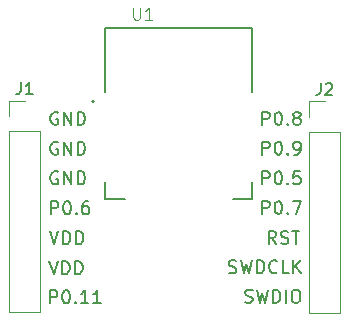
<source format=gbr>
%TF.GenerationSoftware,KiCad,Pcbnew,(5.1.9-0-10_14)*%
%TF.CreationDate,2021-02-18T15:53:41+03:00*%
%TF.ProjectId,DA14531MOD-Breakout,44413134-3533-4314-9d4f-442d42726561,rev?*%
%TF.SameCoordinates,Original*%
%TF.FileFunction,Legend,Top*%
%TF.FilePolarity,Positive*%
%FSLAX46Y46*%
G04 Gerber Fmt 4.6, Leading zero omitted, Abs format (unit mm)*
G04 Created by KiCad (PCBNEW (5.1.9-0-10_14)) date 2021-02-18 15:53:41*
%MOMM*%
%LPD*%
G01*
G04 APERTURE LIST*
%ADD10C,0.200000*%
%ADD11C,0.127000*%
%ADD12C,0.120000*%
%ADD13C,0.015000*%
%ADD14C,0.150000*%
G04 APERTURE END LIST*
D10*
X98412380Y-81067619D02*
X98412380Y-79967619D01*
X98831428Y-79967619D01*
X98936190Y-80020000D01*
X98988571Y-80072380D01*
X99040952Y-80177142D01*
X99040952Y-80334285D01*
X98988571Y-80439047D01*
X98936190Y-80491428D01*
X98831428Y-80543809D01*
X98412380Y-80543809D01*
X99721904Y-79967619D02*
X99826666Y-79967619D01*
X99931428Y-80020000D01*
X99983809Y-80072380D01*
X100036190Y-80177142D01*
X100088571Y-80386666D01*
X100088571Y-80648571D01*
X100036190Y-80858095D01*
X99983809Y-80962857D01*
X99931428Y-81015238D01*
X99826666Y-81067619D01*
X99721904Y-81067619D01*
X99617142Y-81015238D01*
X99564761Y-80962857D01*
X99512380Y-80858095D01*
X99460000Y-80648571D01*
X99460000Y-80386666D01*
X99512380Y-80177142D01*
X99564761Y-80072380D01*
X99617142Y-80020000D01*
X99721904Y-79967619D01*
X100560000Y-80962857D02*
X100612380Y-81015238D01*
X100560000Y-81067619D01*
X100507619Y-81015238D01*
X100560000Y-80962857D01*
X100560000Y-81067619D01*
X101240952Y-80439047D02*
X101136190Y-80386666D01*
X101083809Y-80334285D01*
X101031428Y-80229523D01*
X101031428Y-80177142D01*
X101083809Y-80072380D01*
X101136190Y-80020000D01*
X101240952Y-79967619D01*
X101450476Y-79967619D01*
X101555238Y-80020000D01*
X101607619Y-80072380D01*
X101660000Y-80177142D01*
X101660000Y-80229523D01*
X101607619Y-80334285D01*
X101555238Y-80386666D01*
X101450476Y-80439047D01*
X101240952Y-80439047D01*
X101136190Y-80491428D01*
X101083809Y-80543809D01*
X101031428Y-80648571D01*
X101031428Y-80858095D01*
X101083809Y-80962857D01*
X101136190Y-81015238D01*
X101240952Y-81067619D01*
X101450476Y-81067619D01*
X101555238Y-81015238D01*
X101607619Y-80962857D01*
X101660000Y-80858095D01*
X101660000Y-80648571D01*
X101607619Y-80543809D01*
X101555238Y-80491428D01*
X101450476Y-80439047D01*
X98412380Y-83580952D02*
X98412380Y-82480952D01*
X98831428Y-82480952D01*
X98936190Y-82533333D01*
X98988571Y-82585713D01*
X99040952Y-82690475D01*
X99040952Y-82847618D01*
X98988571Y-82952380D01*
X98936190Y-83004761D01*
X98831428Y-83057142D01*
X98412380Y-83057142D01*
X99721904Y-82480952D02*
X99826666Y-82480952D01*
X99931428Y-82533333D01*
X99983809Y-82585713D01*
X100036190Y-82690475D01*
X100088571Y-82899999D01*
X100088571Y-83161904D01*
X100036190Y-83371428D01*
X99983809Y-83476190D01*
X99931428Y-83528571D01*
X99826666Y-83580952D01*
X99721904Y-83580952D01*
X99617142Y-83528571D01*
X99564761Y-83476190D01*
X99512380Y-83371428D01*
X99460000Y-83161904D01*
X99460000Y-82899999D01*
X99512380Y-82690475D01*
X99564761Y-82585713D01*
X99617142Y-82533333D01*
X99721904Y-82480952D01*
X100560000Y-83476190D02*
X100612380Y-83528571D01*
X100560000Y-83580952D01*
X100507619Y-83528571D01*
X100560000Y-83476190D01*
X100560000Y-83580952D01*
X101136190Y-83580952D02*
X101345714Y-83580952D01*
X101450476Y-83528571D01*
X101502857Y-83476190D01*
X101607619Y-83319047D01*
X101660000Y-83109523D01*
X101660000Y-82690475D01*
X101607619Y-82585713D01*
X101555238Y-82533333D01*
X101450476Y-82480952D01*
X101240952Y-82480952D01*
X101136190Y-82533333D01*
X101083809Y-82585713D01*
X101031428Y-82690475D01*
X101031428Y-82952380D01*
X101083809Y-83057142D01*
X101136190Y-83109523D01*
X101240952Y-83161904D01*
X101450476Y-83161904D01*
X101555238Y-83109523D01*
X101607619Y-83057142D01*
X101660000Y-82952380D01*
X98412380Y-86094285D02*
X98412380Y-84994285D01*
X98831428Y-84994285D01*
X98936190Y-85046666D01*
X98988571Y-85099046D01*
X99040952Y-85203808D01*
X99040952Y-85360951D01*
X98988571Y-85465713D01*
X98936190Y-85518094D01*
X98831428Y-85570475D01*
X98412380Y-85570475D01*
X99721904Y-84994285D02*
X99826666Y-84994285D01*
X99931428Y-85046666D01*
X99983809Y-85099046D01*
X100036190Y-85203808D01*
X100088571Y-85413332D01*
X100088571Y-85675237D01*
X100036190Y-85884761D01*
X99983809Y-85989523D01*
X99931428Y-86041904D01*
X99826666Y-86094285D01*
X99721904Y-86094285D01*
X99617142Y-86041904D01*
X99564761Y-85989523D01*
X99512380Y-85884761D01*
X99460000Y-85675237D01*
X99460000Y-85413332D01*
X99512380Y-85203808D01*
X99564761Y-85099046D01*
X99617142Y-85046666D01*
X99721904Y-84994285D01*
X100560000Y-85989523D02*
X100612380Y-86041904D01*
X100560000Y-86094285D01*
X100507619Y-86041904D01*
X100560000Y-85989523D01*
X100560000Y-86094285D01*
X101607619Y-84994285D02*
X101083809Y-84994285D01*
X101031428Y-85518094D01*
X101083809Y-85465713D01*
X101188571Y-85413332D01*
X101450476Y-85413332D01*
X101555238Y-85465713D01*
X101607619Y-85518094D01*
X101660000Y-85622856D01*
X101660000Y-85884761D01*
X101607619Y-85989523D01*
X101555238Y-86041904D01*
X101450476Y-86094285D01*
X101188571Y-86094285D01*
X101083809Y-86041904D01*
X101031428Y-85989523D01*
X80423333Y-90077619D02*
X80790000Y-91177619D01*
X81156666Y-90077619D01*
X81523333Y-91177619D02*
X81523333Y-90077619D01*
X81785238Y-90077619D01*
X81942380Y-90130000D01*
X82047142Y-90234761D01*
X82099523Y-90339523D01*
X82151904Y-90549047D01*
X82151904Y-90706190D01*
X82099523Y-90915714D01*
X82047142Y-91020476D01*
X81942380Y-91125238D01*
X81785238Y-91177619D01*
X81523333Y-91177619D01*
X82623333Y-91177619D02*
X82623333Y-90077619D01*
X82885238Y-90077619D01*
X83042380Y-90130000D01*
X83147142Y-90234761D01*
X83199523Y-90339523D01*
X83251904Y-90549047D01*
X83251904Y-90706190D01*
X83199523Y-90915714D01*
X83147142Y-91020476D01*
X83042380Y-91125238D01*
X82885238Y-91177619D01*
X82623333Y-91177619D01*
X80373333Y-92617619D02*
X80740000Y-93717619D01*
X81106666Y-92617619D01*
X81473333Y-93717619D02*
X81473333Y-92617619D01*
X81735238Y-92617619D01*
X81892380Y-92670000D01*
X81997142Y-92774761D01*
X82049523Y-92879523D01*
X82101904Y-93089047D01*
X82101904Y-93246190D01*
X82049523Y-93455714D01*
X81997142Y-93560476D01*
X81892380Y-93665238D01*
X81735238Y-93717619D01*
X81473333Y-93717619D01*
X82573333Y-93717619D02*
X82573333Y-92617619D01*
X82835238Y-92617619D01*
X82992380Y-92670000D01*
X83097142Y-92774761D01*
X83149523Y-92879523D01*
X83201904Y-93089047D01*
X83201904Y-93246190D01*
X83149523Y-93455714D01*
X83097142Y-93560476D01*
X82992380Y-93665238D01*
X82835238Y-93717619D01*
X82573333Y-93717619D01*
X98412380Y-88607618D02*
X98412380Y-87507618D01*
X98831428Y-87507618D01*
X98936190Y-87559999D01*
X98988571Y-87612379D01*
X99040952Y-87717141D01*
X99040952Y-87874284D01*
X98988571Y-87979046D01*
X98936190Y-88031427D01*
X98831428Y-88083808D01*
X98412380Y-88083808D01*
X99721904Y-87507618D02*
X99826666Y-87507618D01*
X99931428Y-87559999D01*
X99983809Y-87612379D01*
X100036190Y-87717141D01*
X100088571Y-87926665D01*
X100088571Y-88188570D01*
X100036190Y-88398094D01*
X99983809Y-88502856D01*
X99931428Y-88555237D01*
X99826666Y-88607618D01*
X99721904Y-88607618D01*
X99617142Y-88555237D01*
X99564761Y-88502856D01*
X99512380Y-88398094D01*
X99460000Y-88188570D01*
X99460000Y-87926665D01*
X99512380Y-87717141D01*
X99564761Y-87612379D01*
X99617142Y-87559999D01*
X99721904Y-87507618D01*
X100560000Y-88502856D02*
X100612380Y-88555237D01*
X100560000Y-88607618D01*
X100507619Y-88555237D01*
X100560000Y-88502856D01*
X100560000Y-88607618D01*
X100979047Y-87507618D02*
X101712380Y-87507618D01*
X101240952Y-88607618D01*
X99567619Y-91147619D02*
X99200952Y-90623809D01*
X98939047Y-91147619D02*
X98939047Y-90047619D01*
X99358095Y-90047619D01*
X99462857Y-90100000D01*
X99515238Y-90152380D01*
X99567619Y-90257142D01*
X99567619Y-90414285D01*
X99515238Y-90519047D01*
X99462857Y-90571428D01*
X99358095Y-90623809D01*
X98939047Y-90623809D01*
X99986666Y-91095238D02*
X100143809Y-91147619D01*
X100405714Y-91147619D01*
X100510476Y-91095238D01*
X100562857Y-91042857D01*
X100615238Y-90938095D01*
X100615238Y-90833333D01*
X100562857Y-90728571D01*
X100510476Y-90676190D01*
X100405714Y-90623809D01*
X100196190Y-90571428D01*
X100091428Y-90519047D01*
X100039047Y-90466666D01*
X99986666Y-90361904D01*
X99986666Y-90257142D01*
X100039047Y-90152380D01*
X100091428Y-90100000D01*
X100196190Y-90047619D01*
X100458095Y-90047619D01*
X100615238Y-90100000D01*
X100929523Y-90047619D02*
X101558095Y-90047619D01*
X101243809Y-91147619D02*
X101243809Y-90047619D01*
X81100475Y-80020000D02*
X80995713Y-79967619D01*
X80838571Y-79967619D01*
X80681428Y-80020000D01*
X80576666Y-80124761D01*
X80524285Y-80229523D01*
X80471904Y-80439047D01*
X80471904Y-80596190D01*
X80524285Y-80805714D01*
X80576666Y-80910476D01*
X80681428Y-81015238D01*
X80838571Y-81067619D01*
X80943332Y-81067619D01*
X81100475Y-81015238D01*
X81152856Y-80962857D01*
X81152856Y-80596190D01*
X80943332Y-80596190D01*
X81624285Y-81067619D02*
X81624285Y-79967619D01*
X82252856Y-81067619D01*
X82252856Y-79967619D01*
X82776666Y-81067619D02*
X82776666Y-79967619D01*
X83038571Y-79967619D01*
X83195713Y-80020000D01*
X83300475Y-80124761D01*
X83352856Y-80229523D01*
X83405237Y-80439047D01*
X83405237Y-80596190D01*
X83352856Y-80805714D01*
X83300475Y-80910476D01*
X83195713Y-81015238D01*
X83038571Y-81067619D01*
X82776666Y-81067619D01*
X81100475Y-82540000D02*
X80995713Y-82487619D01*
X80838571Y-82487619D01*
X80681428Y-82540000D01*
X80576666Y-82644761D01*
X80524285Y-82749523D01*
X80471904Y-82959047D01*
X80471904Y-83116190D01*
X80524285Y-83325714D01*
X80576666Y-83430476D01*
X80681428Y-83535238D01*
X80838571Y-83587619D01*
X80943332Y-83587619D01*
X81100475Y-83535238D01*
X81152856Y-83482857D01*
X81152856Y-83116190D01*
X80943332Y-83116190D01*
X81624285Y-83587619D02*
X81624285Y-82487619D01*
X82252856Y-83587619D01*
X82252856Y-82487619D01*
X82776666Y-83587619D02*
X82776666Y-82487619D01*
X83038571Y-82487619D01*
X83195713Y-82540000D01*
X83300475Y-82644761D01*
X83352856Y-82749523D01*
X83405237Y-82959047D01*
X83405237Y-83116190D01*
X83352856Y-83325714D01*
X83300475Y-83430476D01*
X83195713Y-83535238D01*
X83038571Y-83587619D01*
X82776666Y-83587619D01*
X95581904Y-93565238D02*
X95739047Y-93617619D01*
X96000952Y-93617619D01*
X96105714Y-93565238D01*
X96158095Y-93512857D01*
X96210476Y-93408095D01*
X96210476Y-93303333D01*
X96158095Y-93198571D01*
X96105714Y-93146190D01*
X96000952Y-93093809D01*
X95791428Y-93041428D01*
X95686666Y-92989047D01*
X95634285Y-92936666D01*
X95581904Y-92831904D01*
X95581904Y-92727142D01*
X95634285Y-92622380D01*
X95686666Y-92570000D01*
X95791428Y-92517619D01*
X96053333Y-92517619D01*
X96210476Y-92570000D01*
X96577142Y-92517619D02*
X96839047Y-93617619D01*
X97048571Y-92831904D01*
X97258095Y-93617619D01*
X97520000Y-92517619D01*
X97939047Y-93617619D02*
X97939047Y-92517619D01*
X98200952Y-92517619D01*
X98358095Y-92570000D01*
X98462857Y-92674761D01*
X98515238Y-92779523D01*
X98567619Y-92989047D01*
X98567619Y-93146190D01*
X98515238Y-93355714D01*
X98462857Y-93460476D01*
X98358095Y-93565238D01*
X98200952Y-93617619D01*
X97939047Y-93617619D01*
X99667619Y-93512857D02*
X99615238Y-93565238D01*
X99458095Y-93617619D01*
X99353333Y-93617619D01*
X99196190Y-93565238D01*
X99091428Y-93460476D01*
X99039047Y-93355714D01*
X98986666Y-93146190D01*
X98986666Y-92989047D01*
X99039047Y-92779523D01*
X99091428Y-92674761D01*
X99196190Y-92570000D01*
X99353333Y-92517619D01*
X99458095Y-92517619D01*
X99615238Y-92570000D01*
X99667619Y-92622380D01*
X100662857Y-93617619D02*
X100139047Y-93617619D01*
X100139047Y-92517619D01*
X101029523Y-93617619D02*
X101029523Y-92517619D01*
X101658095Y-93617619D02*
X101186666Y-92989047D01*
X101658095Y-92517619D02*
X101029523Y-93146190D01*
X96959047Y-96065238D02*
X97116190Y-96117619D01*
X97378095Y-96117619D01*
X97482857Y-96065238D01*
X97535238Y-96012857D01*
X97587619Y-95908095D01*
X97587619Y-95803333D01*
X97535238Y-95698571D01*
X97482857Y-95646190D01*
X97378095Y-95593809D01*
X97168571Y-95541428D01*
X97063809Y-95489047D01*
X97011428Y-95436666D01*
X96959047Y-95331904D01*
X96959047Y-95227142D01*
X97011428Y-95122380D01*
X97063809Y-95070000D01*
X97168571Y-95017619D01*
X97430476Y-95017619D01*
X97587619Y-95070000D01*
X97954285Y-95017619D02*
X98216190Y-96117619D01*
X98425714Y-95331904D01*
X98635238Y-96117619D01*
X98897142Y-95017619D01*
X99316190Y-96117619D02*
X99316190Y-95017619D01*
X99578095Y-95017619D01*
X99735238Y-95070000D01*
X99840000Y-95174761D01*
X99892380Y-95279523D01*
X99944761Y-95489047D01*
X99944761Y-95646190D01*
X99892380Y-95855714D01*
X99840000Y-95960476D01*
X99735238Y-96065238D01*
X99578095Y-96117619D01*
X99316190Y-96117619D01*
X100416190Y-96117619D02*
X100416190Y-95017619D01*
X101149523Y-95017619D02*
X101359047Y-95017619D01*
X101463809Y-95070000D01*
X101568571Y-95174761D01*
X101620952Y-95384285D01*
X101620952Y-95750952D01*
X101568571Y-95960476D01*
X101463809Y-96065238D01*
X101359047Y-96117619D01*
X101149523Y-96117619D01*
X101044761Y-96065238D01*
X100940000Y-95960476D01*
X100887619Y-95750952D01*
X100887619Y-95384285D01*
X100940000Y-95174761D01*
X101044761Y-95070000D01*
X101149523Y-95017619D01*
X80438571Y-96177619D02*
X80438571Y-95077619D01*
X80857619Y-95077619D01*
X80962380Y-95130000D01*
X81014761Y-95182380D01*
X81067142Y-95287142D01*
X81067142Y-95444285D01*
X81014761Y-95549047D01*
X80962380Y-95601428D01*
X80857619Y-95653809D01*
X80438571Y-95653809D01*
X81748095Y-95077619D02*
X81852857Y-95077619D01*
X81957619Y-95130000D01*
X82010000Y-95182380D01*
X82062380Y-95287142D01*
X82114761Y-95496666D01*
X82114761Y-95758571D01*
X82062380Y-95968095D01*
X82010000Y-96072857D01*
X81957619Y-96125238D01*
X81852857Y-96177619D01*
X81748095Y-96177619D01*
X81643333Y-96125238D01*
X81590952Y-96072857D01*
X81538571Y-95968095D01*
X81486190Y-95758571D01*
X81486190Y-95496666D01*
X81538571Y-95287142D01*
X81590952Y-95182380D01*
X81643333Y-95130000D01*
X81748095Y-95077619D01*
X82586190Y-96072857D02*
X82638571Y-96125238D01*
X82586190Y-96177619D01*
X82533809Y-96125238D01*
X82586190Y-96072857D01*
X82586190Y-96177619D01*
X83686190Y-96177619D02*
X83057619Y-96177619D01*
X83371904Y-96177619D02*
X83371904Y-95077619D01*
X83267142Y-95234761D01*
X83162380Y-95339523D01*
X83057619Y-95391904D01*
X84733809Y-96177619D02*
X84105238Y-96177619D01*
X84419523Y-96177619D02*
X84419523Y-95077619D01*
X84314761Y-95234761D01*
X84210000Y-95339523D01*
X84105238Y-95391904D01*
X81100475Y-85060000D02*
X80995713Y-85007619D01*
X80838571Y-85007619D01*
X80681428Y-85060000D01*
X80576666Y-85164761D01*
X80524285Y-85269523D01*
X80471904Y-85479047D01*
X80471904Y-85636190D01*
X80524285Y-85845714D01*
X80576666Y-85950476D01*
X80681428Y-86055238D01*
X80838571Y-86107619D01*
X80943332Y-86107619D01*
X81100475Y-86055238D01*
X81152856Y-86002857D01*
X81152856Y-85636190D01*
X80943332Y-85636190D01*
X81624285Y-86107619D02*
X81624285Y-85007619D01*
X82252856Y-86107619D01*
X82252856Y-85007619D01*
X82776666Y-86107619D02*
X82776666Y-85007619D01*
X83038571Y-85007619D01*
X83195713Y-85060000D01*
X83300475Y-85164761D01*
X83352856Y-85269523D01*
X83405237Y-85479047D01*
X83405237Y-85636190D01*
X83352856Y-85845714D01*
X83300475Y-85950476D01*
X83195713Y-86055238D01*
X83038571Y-86107619D01*
X82776666Y-86107619D01*
X80524285Y-88627619D02*
X80524285Y-87527619D01*
X80943333Y-87527619D01*
X81048095Y-87580000D01*
X81100476Y-87632380D01*
X81152857Y-87737142D01*
X81152857Y-87894285D01*
X81100476Y-87999047D01*
X81048095Y-88051428D01*
X80943333Y-88103809D01*
X80524285Y-88103809D01*
X81833809Y-87527619D02*
X81938571Y-87527619D01*
X82043333Y-87580000D01*
X82095714Y-87632380D01*
X82148095Y-87737142D01*
X82200476Y-87946666D01*
X82200476Y-88208571D01*
X82148095Y-88418095D01*
X82095714Y-88522857D01*
X82043333Y-88575238D01*
X81938571Y-88627619D01*
X81833809Y-88627619D01*
X81729047Y-88575238D01*
X81676666Y-88522857D01*
X81624285Y-88418095D01*
X81571905Y-88208571D01*
X81571905Y-87946666D01*
X81624285Y-87737142D01*
X81676666Y-87632380D01*
X81729047Y-87580000D01*
X81833809Y-87527619D01*
X82671905Y-88522857D02*
X82724285Y-88575238D01*
X82671905Y-88627619D01*
X82619524Y-88575238D01*
X82671905Y-88522857D01*
X82671905Y-88627619D01*
X83667143Y-87527619D02*
X83457619Y-87527619D01*
X83352857Y-87580000D01*
X83300476Y-87632380D01*
X83195714Y-87789523D01*
X83143333Y-87999047D01*
X83143333Y-88418095D01*
X83195714Y-88522857D01*
X83248095Y-88575238D01*
X83352857Y-88627619D01*
X83562381Y-88627619D01*
X83667143Y-88575238D01*
X83719524Y-88522857D01*
X83771905Y-88418095D01*
X83771905Y-88156190D01*
X83719524Y-88051428D01*
X83667143Y-87999047D01*
X83562381Y-87946666D01*
X83352857Y-87946666D01*
X83248095Y-87999047D01*
X83195714Y-88051428D01*
X83143333Y-88156190D01*
D11*
%TO.C,U1*%
X85080000Y-72830000D02*
X97580000Y-72830000D01*
X97580000Y-72830000D02*
X97580000Y-78260000D01*
X97580000Y-85900000D02*
X97580000Y-87330000D01*
X97580000Y-87330000D02*
X95900000Y-87330000D01*
X86760000Y-87330000D02*
X85080000Y-87330000D01*
X85080000Y-87330000D02*
X85080000Y-85900000D01*
X85080000Y-78260000D02*
X85080000Y-72830000D01*
D10*
X84180000Y-79080000D02*
G75*
G03*
X84180000Y-79080000I-100000J0D01*
G01*
D12*
%TO.C,J1*%
X76970000Y-96910000D02*
X79630000Y-96910000D01*
X76970000Y-81610000D02*
X76970000Y-96910000D01*
X79630000Y-81610000D02*
X79630000Y-96910000D01*
X76970000Y-81610000D02*
X79630000Y-81610000D01*
X76970000Y-80340000D02*
X76970000Y-79010000D01*
X76970000Y-79010000D02*
X78300000Y-79010000D01*
%TO.C,J2*%
X102360000Y-79060000D02*
X103690000Y-79060000D01*
X102360000Y-80390000D02*
X102360000Y-79060000D01*
X102360000Y-81660000D02*
X105020000Y-81660000D01*
X105020000Y-81660000D02*
X105020000Y-96960000D01*
X102360000Y-81660000D02*
X102360000Y-96960000D01*
X102360000Y-96960000D02*
X105020000Y-96960000D01*
%TO.C,U1*%
D13*
X87493095Y-71147380D02*
X87493095Y-71956904D01*
X87540714Y-72052142D01*
X87588333Y-72099761D01*
X87683571Y-72147380D01*
X87874047Y-72147380D01*
X87969285Y-72099761D01*
X88016904Y-72052142D01*
X88064523Y-71956904D01*
X88064523Y-71147380D01*
X89064523Y-72147380D02*
X88493095Y-72147380D01*
X88778809Y-72147380D02*
X88778809Y-71147380D01*
X88683571Y-71290238D01*
X88588333Y-71385476D01*
X88493095Y-71433095D01*
%TO.C,J1*%
D14*
X77966666Y-77462380D02*
X77966666Y-78176666D01*
X77919047Y-78319523D01*
X77823809Y-78414761D01*
X77680952Y-78462380D01*
X77585714Y-78462380D01*
X78966666Y-78462380D02*
X78395238Y-78462380D01*
X78680952Y-78462380D02*
X78680952Y-77462380D01*
X78585714Y-77605238D01*
X78490476Y-77700476D01*
X78395238Y-77748095D01*
%TO.C,J2*%
X103356666Y-77512380D02*
X103356666Y-78226666D01*
X103309047Y-78369523D01*
X103213809Y-78464761D01*
X103070952Y-78512380D01*
X102975714Y-78512380D01*
X103785238Y-77607619D02*
X103832857Y-77560000D01*
X103928095Y-77512380D01*
X104166190Y-77512380D01*
X104261428Y-77560000D01*
X104309047Y-77607619D01*
X104356666Y-77702857D01*
X104356666Y-77798095D01*
X104309047Y-77940952D01*
X103737619Y-78512380D01*
X104356666Y-78512380D01*
%TD*%
M02*

</source>
